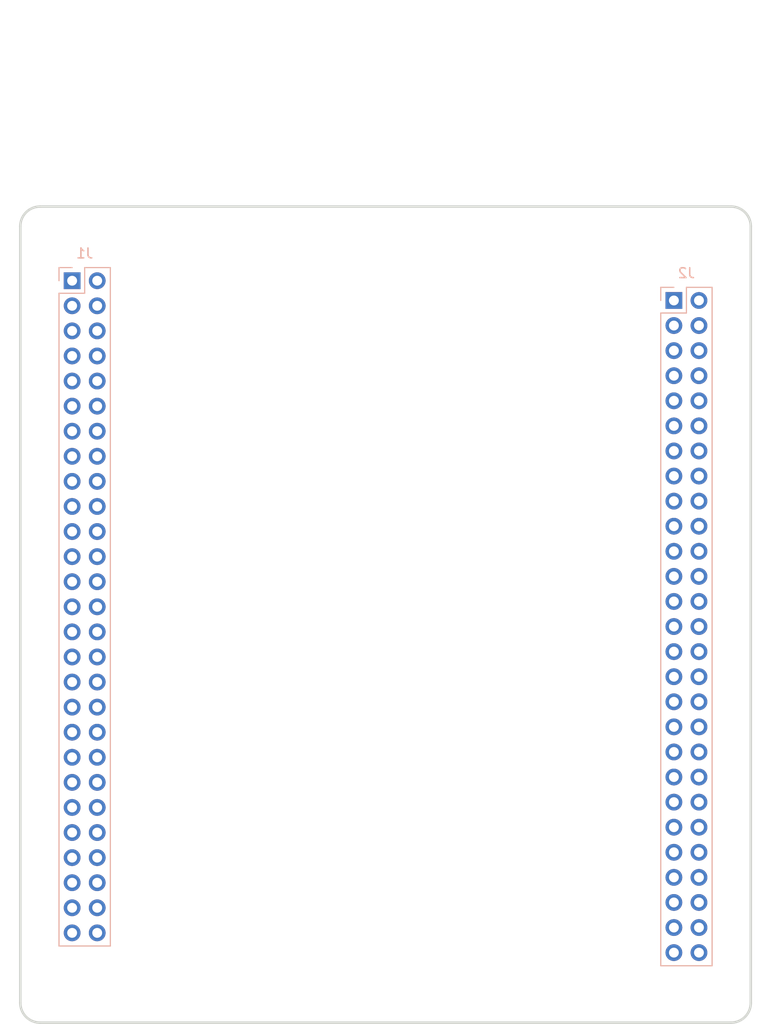
<source format=kicad_pcb>
(kicad_pcb (version 20241229) (generator "pcbnew") (generator_version "9.0")
  (layers (0 "F.Cu" signal) (2 "B.Cu" signal) (13 "F.Paste" user) (15 "B.Paste" user) (5 "F.SilkS" user "F.Silkscreen") (7 "B.SilkS" user "B.Silkscreen") (1 "F.Mask" user) (3 "B.Mask" user) (25 "Edge.Cuts" user))
  (net 0 "")
  (footprint "Connector_PinSocket_2.54mm:PinSocket_2x27_P2.54mm_Vertical" (layer "B.Cu") (at 117.01 79.27 180)
    (property "Reference" "J2" (at -1.27 2.77 0) (layer "B.SilkS") (effects (justify mirror)))
    (property "Value" "Conn_02x27_Odd_Even")
    (fp_line (start 1.33 1.33) (end 0 1.33) (stroke (width 0.12)) (layer "B.SilkS"))
    (fp_line (start 1.33 0) (end 1.33 1.33) (stroke (width 0.12)) (layer "B.SilkS"))
    (fp_line (start 1.33 -1.27) (end -1.27 -1.27) (stroke (width 0.12)) (layer "B.SilkS"))
    (fp_line (start 1.33 -67.37) (end 1.33 -1.27) (stroke (width 0.12)) (layer "B.SilkS"))
    (fp_line (start 1.33 -67.37) (end -3.87 -67.37) (stroke (width 0.12)) (layer "B.SilkS"))
    (fp_line (start -1.27 1.33) (end -3.87 1.33) (stroke (width 0.12)) (layer "B.SilkS"))
    (fp_line (start -1.27 -1.27) (end -1.27 1.33) (stroke (width 0.12)) (layer "B.SilkS"))
    (fp_line (start -3.87 -67.37) (end -3.87 1.33) (stroke (width 0.12)) (layer "B.SilkS"))
    (pad "1" thru_hole rect (at 0 0 180) (size 1.7 1.7) (drill 1) (layers "*.Cu" "*.Mask"))
    (pad "2" thru_hole oval (at -2.54 0 180) (size 1.7 1.7) (drill 1) (layers "*.Cu" "*.Mask"))
    (pad "3" thru_hole oval (at 0 -2.54 180) (size 1.7 1.7) (drill 1) (layers "*.Cu" "*.Mask"))
    (pad "4" thru_hole oval (at -2.54 -2.54 180) (size 1.7 1.7) (drill 1) (layers "*.Cu" "*.Mask"))
    (pad "5" thru_hole oval (at 0 -5.08 180) (size 1.7 1.7) (drill 1) (layers "*.Cu" "*.Mask"))
    (pad "6" thru_hole oval (at -2.54 -5.08 180) (size 1.7 1.7) (drill 1) (layers "*.Cu" "*.Mask"))
    (pad "7" thru_hole oval (at 0 -7.62 180) (size 1.7 1.7) (drill 1) (layers "*.Cu" "*.Mask"))
    (pad "8" thru_hole oval (at -2.54 -7.62 180) (size 1.7 1.7) (drill 1) (layers "*.Cu" "*.Mask"))
    (pad "9" thru_hole oval (at 0 -10.16 180) (size 1.7 1.7) (drill 1) (layers "*.Cu" "*.Mask"))
    (pad "10" thru_hole oval (at -2.54 -10.16 180) (size 1.7 1.7) (drill 1) (layers "*.Cu" "*.Mask"))
    (pad "11" thru_hole oval (at 0 -12.7 180) (size 1.7 1.7) (drill 1) (layers "*.Cu" "*.Mask"))
    (pad "12" thru_hole oval (at -2.54 -12.7 180) (size 1.7 1.7) (drill 1) (layers "*.Cu" "*.Mask"))
    (pad "13" thru_hole oval (at 0 -15.24 180) (size 1.7 1.7) (drill 1) (layers "*.Cu" "*.Mask"))
    (pad "14" thru_hole oval (at -2.54 -15.24 180) (size 1.7 1.7) (drill 1) (layers "*.Cu" "*.Mask"))
    (pad "15" thru_hole oval (at 0 -17.78 180) (size 1.7 1.7) (drill 1) (layers "*.Cu" "*.Mask"))
    (pad "16" thru_hole oval (at -2.54 -17.78 180) (size 1.7 1.7) (drill 1) (layers "*.Cu" "*.Mask"))
    (pad "17" thru_hole oval (at 0 -20.32 180) (size 1.7 1.7) (drill 1) (layers "*.Cu" "*.Mask"))
    (pad "18" thru_hole oval (at -2.54 -20.32 180) (size 1.7 1.7) (drill 1) (layers "*.Cu" "*.Mask"))
    (pad "19" thru_hole oval (at 0 -22.86 180) (size 1.7 1.7) (drill 1) (layers "*.Cu" "*.Mask"))
    (pad "20" thru_hole oval (at -2.54 -22.86 180) (size 1.7 1.7) (drill 1) (layers "*.Cu" "*.Mask"))
    (pad "21" thru_hole oval (at 0 -25.4 180) (size 1.7 1.7) (drill 1) (layers "*.Cu" "*.Mask"))
    (pad "22" thru_hole oval (at -2.54 -25.4 180) (size 1.7 1.7) (drill 1) (layers "*.Cu" "*.Mask"))
    (pad "23" thru_hole oval (at 0 -27.94 180) (size 1.7 1.7) (drill 1) (layers "*.Cu" "*.Mask"))
    (pad "24" thru_hole oval (at -2.54 -27.94 180) (size 1.7 1.7) (drill 1) (layers "*.Cu" "*.Mask"))
    (pad "25" thru_hole oval (at 0 -30.48 180) (size 1.7 1.7) (drill 1) (layers "*.Cu" "*.Mask"))
    (pad "26" thru_hole oval (at -2.54 -30.48 180) (size 1.7 1.7) (drill 1) (layers "*.Cu" "*.Mask"))
    (pad "27" thru_hole oval (at 0 -33.02 180) (size 1.7 1.7) (drill 1) (layers "*.Cu" "*.Mask"))
    (pad "28" thru_hole oval (at -2.54 -33.02 180) (size 1.7 1.7) (drill 1) (layers "*.Cu" "*.Mask"))
    (pad "29" thru_hole oval (at 0 -35.56 180) (size 1.7 1.7) (drill 1) (layers "*.Cu" "*.Mask"))
    (pad "30" thru_hole oval (at -2.54 -35.56 180) (size 1.7 1.7) (drill 1) (layers "*.Cu" "*.Mask"))
    (pad "31" thru_hole oval (at 0 -38.1 180) (size 1.7 1.7) (drill 1) (layers "*.Cu" "*.Mask"))
    (pad "32" thru_hole oval (at -2.54 -38.1 180) (size 1.7 1.7) (drill 1) (layers "*.Cu" "*.Mask"))
    (pad "33" thru_hole oval (at 0 -40.64 180) (size 1.7 1.7) (drill 1) (layers "*.Cu" "*.Mask"))
    (pad "34" thru_hole oval (at -2.54 -40.64 180) (size 1.7 1.7) (drill 1) (layers "*.Cu" "*.Mask"))
    (pad "35" thru_hole oval (at 0 -43.18 180) (size 1.7 1.7) (drill 1) (layers "*.Cu" "*.Mask"))
    (pad "36" thru_hole oval (at -2.54 -43.18 180) (size 1.7 1.7) (drill 1) (layers "*.Cu" "*.Mask"))
    (pad "37" thru_hole oval (at 0 -45.72 180) (size 1.7 1.7) (drill 1) (layers "*.Cu" "*.Mask"))
    (pad "38" thru_hole oval (at -2.54 -45.72 180) (size 1.7 1.7) (drill 1) (layers "*.Cu" "*.Mask"))
    (pad "39" thru_hole oval (at 0 -48.26 180) (size 1.7 1.7) (drill 1) (layers "*.Cu" "*.Mask"))
    (pad "40" thru_hole oval (at -2.54 -48.26 180) (size 1.7 1.7) (drill 1) (layers "*.Cu" "*.Mask"))
    (pad "41" thru_hole oval (at 0 -50.8 180) (size 1.7 1.7) (drill 1) (layers "*.Cu" "*.Mask"))
    (pad "42" thru_hole oval (at -2.54 -50.8 180) (size 1.7 1.7) (drill 1) (layers "*.Cu" "*.Mask"))
    (pad "43" thru_hole oval (at 0 -53.34 180) (size 1.7 1.7) (drill 1) (layers "*.Cu" "*.Mask"))
    (pad "44" thru_hole oval (at -2.54 -53.34 180) (size 1.7 1.7) (drill 1) (layers "*.Cu" "*.Mask"))
    (pad "45" thru_hole oval (at 0 -55.88 180) (size 1.7 1.7) (drill 1) (layers "*.Cu" "*.Mask"))
    (pad "46" thru_hole oval (at -2.54 -55.88 180) (size 1.7 1.7) (drill 1) (layers "*.Cu" "*.Mask"))
    (pad "47" thru_hole oval (at 0 -58.42 180) (size 1.7 1.7) (drill 1) (layers "*.Cu" "*.Mask"))
    (pad "48" thru_hole oval (at -2.54 -58.42 180) (size 1.7 1.7) (drill 1) (layers "*.Cu" "*.Mask"))
    (pad "49" thru_hole oval (at 0 -60.96 180) (size 1.7 1.7) (drill 1) (layers "*.Cu" "*.Mask"))
    (pad "50" thru_hole oval (at -2.54 -60.96 180) (size 1.7 1.7) (drill 1) (layers "*.Cu" "*.Mask"))
    (pad "51" thru_hole oval (at 0 -63.5 180) (size 1.7 1.7) (drill 1) (layers "*.Cu" "*.Mask"))
    (pad "52" thru_hole oval (at -2.54 -63.5 180) (size 1.7 1.7) (drill 1) (layers "*.Cu" "*.Mask"))
    (pad "53" thru_hole oval (at 0 -66.04 180) (size 1.7 1.7) (drill 1) (layers "*.Cu" "*.Mask"))
    (pad "54" thru_hole oval (at -2.54 -66.04 180) (size 1.7 1.7) (drill 1) (layers "*.Cu" "*.Mask"))
  )
  (footprint "Connector_PinSocket_2.54mm:PinSocket_2x27_P2.54mm_Vertical" (layer "B.Cu") (at 56.05 77.27 180)
    (property "Reference" "J1" (at -1.27 2.77 0) (layer "B.SilkS") (effects (justify mirror)))
    (property "Value" "Conn_02x27_Odd_Even")
    (fp_line (start 1.33 1.33) (end 0 1.33) (stroke (width 0.12)) (layer "B.SilkS"))
    (fp_line (start 1.33 0) (end 1.33 1.33) (stroke (width 0.12)) (layer "B.SilkS"))
    (fp_line (start 1.33 -1.27) (end -1.27 -1.27) (stroke (width 0.12)) (layer "B.SilkS"))
    (fp_line (start 1.33 -67.37) (end 1.33 -1.27) (stroke (width 0.12)) (layer "B.SilkS"))
    (fp_line (start 1.33 -67.37) (end -3.87 -67.37) (stroke (width 0.12)) (layer "B.SilkS"))
    (fp_line (start -1.27 1.33) (end -3.87 1.33) (stroke (width 0.12)) (layer "B.SilkS"))
    (fp_line (start -1.27 -1.27) (end -1.27 1.33) (stroke (width 0.12)) (layer "B.SilkS"))
    (fp_line (start -3.87 -67.37) (end -3.87 1.33) (stroke (width 0.12)) (layer "B.SilkS"))
    (pad "1" thru_hole rect (at 0 0 180) (size 1.7 1.7) (drill 1) (layers "*.Cu" "*.Mask"))
    (pad "2" thru_hole oval (at -2.54 0 180) (size 1.7 1.7) (drill 1) (layers "*.Cu" "*.Mask"))
    (pad "3" thru_hole oval (at 0 -2.54 180) (size 1.7 1.7) (drill 1) (layers "*.Cu" "*.Mask"))
    (pad "4" thru_hole oval (at -2.54 -2.54 180) (size 1.7 1.7) (drill 1) (layers "*.Cu" "*.Mask"))
    (pad "5" thru_hole oval (at 0 -5.08 180) (size 1.7 1.7) (drill 1) (layers "*.Cu" "*.Mask"))
    (pad "6" thru_hole oval (at -2.54 -5.08 180) (size 1.7 1.7) (drill 1) (layers "*.Cu" "*.Mask"))
    (pad "7" thru_hole oval (at 0 -7.62 180) (size 1.7 1.7) (drill 1) (layers "*.Cu" "*.Mask"))
    (pad "8" thru_hole oval (at -2.54 -7.62 180) (size 1.7 1.7) (drill 1) (layers "*.Cu" "*.Mask"))
    (pad "9" thru_hole oval (at 0 -10.16 180) (size 1.7 1.7) (drill 1) (layers "*.Cu" "*.Mask"))
    (pad "10" thru_hole oval (at -2.54 -10.16 180) (size 1.7 1.7) (drill 1) (layers "*.Cu" "*.Mask"))
    (pad "11" thru_hole oval (at 0 -12.7 180) (size 1.7 1.7) (drill 1) (layers "*.Cu" "*.Mask"))
    (pad "12" thru_hole oval (at -2.54 -12.7 180) (size 1.7 1.7) (drill 1) (layers "*.Cu" "*.Mask"))
    (pad "13" thru_hole oval (at 0 -15.24 180) (size 1.7 1.7) (drill 1) (layers "*.Cu" "*.Mask"))
    (pad "14" thru_hole oval (at -2.54 -15.24 180) (size 1.7 1.7) (drill 1) (layers "*.Cu" "*.Mask"))
    (pad "15" thru_hole oval (at 0 -17.78 180) (size 1.7 1.7) (drill 1) (layers "*.Cu" "*.Mask"))
    (pad "16" thru_hole oval (at -2.54 -17.78 180) (size 1.7 1.7) (drill 1) (layers "*.Cu" "*.Mask"))
    (pad "17" thru_hole oval (at 0 -20.32 180) (size 1.7 1.7) (drill 1) (layers "*.Cu" "*.Mask"))
    (pad "18" thru_hole oval (at -2.54 -20.32 180) (size 1.7 1.7) (drill 1) (layers "*.Cu" "*.Mask"))
    (pad "19" thru_hole oval (at 0 -22.86 180) (size 1.7 1.7) (drill 1) (layers "*.Cu" "*.Mask"))
    (pad "20" thru_hole oval (at -2.54 -22.86 180) (size 1.7 1.7) (drill 1) (layers "*.Cu" "*.Mask"))
    (pad "21" thru_hole oval (at 0 -25.4 180) (size 1.7 1.7) (drill 1) (layers "*.Cu" "*.Mask"))
    (pad "22" thru_hole oval (at -2.54 -25.4 180) (size 1.7 1.7) (drill 1) (layers "*.Cu" "*.Mask"))
    (pad "23" thru_hole oval (at 0 -27.94 180) (size 1.7 1.7) (drill 1) (layers "*.Cu" "*.Mask"))
    (pad "24" thru_hole oval (at -2.54 -27.94 180) (size 1.7 1.7) (drill 1) (layers "*.Cu" "*.Mask"))
    (pad "25" thru_hole oval (at 0 -30.48 180) (size 1.7 1.7) (drill 1) (layers "*.Cu" "*.Mask"))
    (pad "26" thru_hole oval (at -2.54 -30.48 180) (size 1.7 1.7) (drill 1) (layers "*.Cu" "*.Mask"))
    (pad "27" thru_hole oval (at 0 -33.02 180) (size 1.7 1.7) (drill 1) (layers "*.Cu" "*.Mask"))
    (pad "28" thru_hole oval (at -2.54 -33.02 180) (size 1.7 1.7) (drill 1) (layers "*.Cu" "*.Mask"))
    (pad "29" thru_hole oval (at 0 -35.56 180) (size 1.7 1.7) (drill 1) (layers "*.Cu" "*.Mask"))
    (pad "30" thru_hole oval (at -2.54 -35.56 180) (size 1.7 1.7) (drill 1) (layers "*.Cu" "*.Mask"))
    (pad "31" thru_hole oval (at 0 -38.1 180) (size 1.7 1.7) (drill 1) (layers "*.Cu" "*.Mask"))
    (pad "32" thru_hole oval (at -2.54 -38.1 180) (size 1.7 1.7) (drill 1) (layers "*.Cu" "*.Mask"))
    (pad "33" thru_hole oval (at 0 -40.64 180) (size 1.7 1.7) (drill 1) (layers "*.Cu" "*.Mask"))
    (pad "34" thru_hole oval (at -2.54 -40.64 180) (size 1.7 1.7) (drill 1) (layers "*.Cu" "*.Mask"))
    (pad "35" thru_hole oval (at 0 -43.18 180) (size 1.7 1.7) (drill 1) (layers "*.Cu" "*.Mask"))
    (pad "36" thru_hole oval (at -2.54 -43.18 180) (size 1.7 1.7) (drill 1) (layers "*.Cu" "*.Mask"))
    (pad "37" thru_hole oval (at 0 -45.72 180) (size 1.7 1.7) (drill 1) (layers "*.Cu" "*.Mask"))
    (pad "38" thru_hole oval (at -2.54 -45.72 180) (size 1.7 1.7) (drill 1) (layers "*.Cu" "*.Mask"))
    (pad "39" thru_hole oval (at 0 -48.26 180) (size 1.7 1.7) (drill 1) (layers "*.Cu" "*.Mask"))
    (pad "40" thru_hole oval (at -2.54 -48.26 180) (size 1.7 1.7) (drill 1) (layers "*.Cu" "*.Mask"))
    (pad "41" thru_hole oval (at 0 -50.8 180) (size 1.7 1.7) (drill 1) (layers "*.Cu" "*.Mask"))
    (pad "42" thru_hole oval (at -2.54 -50.8 180) (size 1.7 1.7) (drill 1) (layers "*.Cu" "*.Mask"))
    (pad "43" thru_hole oval (at 0 -53.34 180) (size 1.7 1.7) (drill 1) (layers "*.Cu" "*.Mask"))
    (pad "44" thru_hole oval (at -2.54 -53.34 180) (size 1.7 1.7) (drill 1) (layers "*.Cu" "*.Mask"))
    (pad "45" thru_hole oval (at 0 -55.88 180) (size 1.7 1.7) (drill 1) (layers "*.Cu" "*.Mask"))
    (pad "46" thru_hole oval (at -2.54 -55.88 180) (size 1.7 1.7) (drill 1) (layers "*.Cu" "*.Mask"))
    (pad "47" thru_hole oval (at 0 -58.42 180) (size 1.7 1.7) (drill 1) (layers "*.Cu" "*.Mask"))
    (pad "48" thru_hole oval (at -2.54 -58.42 180) (size 1.7 1.7) (drill 1) (layers "*.Cu" "*.Mask"))
    (pad "49" thru_hole oval (at 0 -60.96 180) (size 1.7 1.7) (drill 1) (layers "*.Cu" "*.Mask"))
    (pad "50" thru_hole oval (at -2.54 -60.96 180) (size 1.7 1.7) (drill 1) (layers "*.Cu" "*.Mask"))
    (pad "51" thru_hole oval (at 0 -63.5 180) (size 1.7 1.7) (drill 1) (layers "*.Cu" "*.Mask"))
    (pad "52" thru_hole oval (at -2.54 -63.5 180) (size 1.7 1.7) (drill 1) (layers "*.Cu" "*.Mask"))
    (pad "53" thru_hole oval (at 0 -66.04 180) (size 1.7 1.7) (drill 1) (layers "*.Cu" "*.Mask"))
    (pad "54" thru_hole oval (at -2.54 -66.04 180) (size 1.7 1.7) (drill 1) (layers "*.Cu" "*.Mask"))
  )
  (gr_line (start 50.8 150.4) (end 50.8 71.76) (stroke (width 0.254)) (layer "Edge.Cuts"))
  (gr_arc (start 124.8 150.4) (mid 124.214214 151.814214) (end 122.8 152.4) (stroke (width 0.254)) (layer "Edge.Cuts"))
  (gr_arc (start 122.8 69.76) (mid 124.214214 70.345786) (end 124.8 71.76) (stroke (width 0.254)) (layer "Edge.Cuts"))
  (gr_arc (start 52.8 152.4) (mid 51.385786 151.814214) (end 50.8 150.4) (stroke (width 0.254)) (layer "Edge.Cuts"))
  (gr_arc (start 50.8 71.76) (mid 51.385786 70.345786) (end 52.8 69.76) (stroke (width 0.254)) (layer "Edge.Cuts"))
  (gr_line (start 122.8 152.4) (end 52.8 152.4) (stroke (width 0.254)) (layer "Edge.Cuts"))
  (gr_line (start 52.8 69.76) (end 122.8 69.76) (stroke (width 0.254)) (layer "Edge.Cuts"))
  (gr_line (start 124.8 71.76) (end 124.8 150.4) (stroke (width 0.254)) (layer "Edge.Cuts"))
)
</source>
